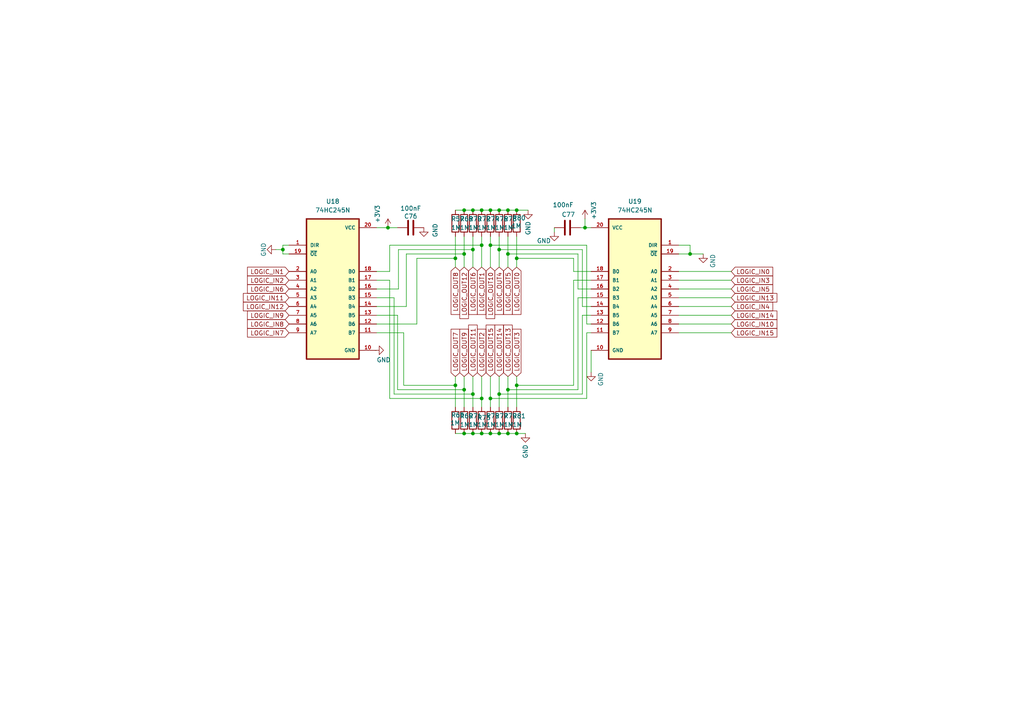
<source format=kicad_sch>
(kicad_sch (version 20231120) (generator "eeschema") (generator_version "8.0")
  (paper "A4")
  (lib_symbols
    (symbol "74HC245N(SMD):74HC245N" (pin_names (offset 1.016))
      (property "Reference" "U" (at -7.9022 20.9162 0))
      (property "Value" "74HC245N" (at -7.7778 -23.4823 0))
      (symbol "74HC245N_0_0"
        (rectangle (start -7.62 -20.32) (end 7.62 20.32) (stroke (width 0.4064)) (fill (type background)))
        (pin input line (at -12.7 12.7 0) (length 5.08) (name "DIR") (number "1"))
        (pin power_in line (at 12.7 -17.78 180) (length 5.08) (name "GND") (number "10"))
        (pin bidirectional line (at 12.7 -12.7 180) (length 5.08) (name "B7") (number "11"))
        (pin bidirectional line (at 12.7 -10.16 180) (length 5.08) (name "B6") (number "12"))
        (pin bidirectional line (at 12.7 -7.62 180) (length 5.08) (name "B5") (number "13"))
        (pin bidirectional line (at 12.7 -5.08 180) (length 5.08) (name "B4") (number "14"))
        (pin bidirectional line (at 12.7 -2.54 180) (length 5.08) (name "B3") (number "15"))
        (pin bidirectional line (at 12.7 0 180) (length 5.08) (name "B2") (number "16"))
        (pin bidirectional line (at 12.7 2.54 180) (length 5.08) (name "B1") (number "17"))
        (pin bidirectional line (at 12.7 5.08 180) (length 5.08) (name "B0") (number "18"))
        (pin input line (at -12.7 10.16 0) (length 5.08) (name "~{OE}") (number "19"))
        (pin bidirectional line (at -12.7 5.08 0) (length 5.08) (name "A0") (number "2"))
        (pin power_in line (at 12.7 17.78 180) (length 5.08) (name "VCC") (number "20"))
        (pin bidirectional line (at -12.7 2.54 0) (length 5.08) (name "A1") (number "3"))
        (pin bidirectional line (at -12.7 0 0) (length 5.08) (name "A2") (number "4"))
        (pin bidirectional line (at -12.7 -2.54 0) (length 5.08) (name "A3") (number "5"))
        (pin bidirectional line (at -12.7 -5.08 0) (length 5.08) (name "A4") (number "6"))
        (pin bidirectional line (at -12.7 -7.62 0) (length 5.08) (name "A5") (number "7"))
        (pin bidirectional line (at -12.7 -10.16 0) (length 5.08) (name "A6") (number "8"))
        (pin bidirectional line (at -12.7 -12.7 0) (length 5.08) (name "A7") (number "9"))
      )
    )
    (symbol "Device:C" (pin_numbers hide) (pin_names (offset 0.254))
      (property "Reference" "C" (at 0.635 2.54 0))
      (property "Value" "C" (at 0.635 -2.54 0))
      (symbol "C_0_1"
        (polyline (pts (xy -2.032 -0.762) (xy 2.032 -0.762)) (stroke (width 0.508)))
        (polyline (pts (xy -2.032 0.762) (xy 2.032 0.762)) (stroke (width 0.508)))
      )
      (symbol "C_1_1"
        (pin passive line (at 0 3.81 270) (length 2.794) (name "~") (number "1"))
        (pin passive line (at 0 -3.81 90) (length 2.794) (name "~") (number "2"))
      )
    )
    (symbol "Device:R" (pin_numbers hide) (pin_names (offset 0))
      (property "Reference" "R" (at 2.032 0 90))
      (property "Value" "R" (at 0 0 90))
      (symbol "R_0_1"
        (rectangle (start -1.016 -2.54) (end 1.016 2.54) (stroke (width 0.254)))
      )
      (symbol "R_1_1"
        (pin passive line (at 0 3.81 270) (length 1.27) (name "~") (number "1"))
        (pin passive line (at 0 -3.81 90) (length 1.27) (name "~") (number "2"))
      )
    )
    (symbol "power:+5V" (power) (pin_names (offset 0))
      (property "Value" "+5V" (at 0 3.556 0))
      (symbol "+5V_0_1"
        (polyline (pts (xy -0.762 1.27) (xy 0 2.54)))
        (polyline (pts (xy 0 0) (xy 0 2.54)))
        (polyline (pts (xy 0 2.54) (xy 0.762 1.27)))
      )
      (symbol "+5V_1_1"
        (pin power_in line (at 0 0 90) (length 0) hide (name "+5V") (number "1"))
      )
    )
    (symbol "power:GND" (power) (pin_names (offset 0))
      (property "Value" "GND" (at 0 -3.81 0))
      (symbol "GND_0_1"
        (polyline (pts (xy 0 0) (xy 0 -1.27) (xy 1.27 -1.27) (xy 0 -2.54) (xy -1.27 -1.27) (xy 0 -1.27)))
      )
      (symbol "GND_1_1"
        (pin power_in line (at 0 0 270) (length 0) hide (name "GND") (number "1"))
      )
    )
  )
  (junction (at 147.32 60.96))
  (junction (at 144.78 60.96))
  (junction (at 200.152 73.66))
  (junction (at 134.62 125.73))
  (junction (at 149.86 125.73))
  (junction (at 134.62 60.96))
  (junction (at 139.7 60.96))
  (junction (at 134.62 113.03))
  (junction (at 169.672 66.04))
  (junction (at 132.08 74.93))
  (junction (at 137.16 72.39))
  (junction (at 144.78 114.3))
  (junction (at 82.042 72.39))
  (junction (at 132.08 111.76))
  (junction (at 144.78 125.73))
  (junction (at 142.24 71.12))
  (junction (at 142.24 60.96))
  (junction (at 137.16 60.96))
  (junction (at 142.24 115.57))
  (junction (at 142.24 125.73))
  (junction (at 134.62 73.66))
  (junction (at 137.16 125.73))
  (junction (at 147.32 125.73))
  (junction (at 139.7 125.73))
  (junction (at 149.86 111.76))
  (junction (at 149.86 60.96))
  (junction (at 112.522 66.04))
  (junction (at 147.32 113.03))
  (junction (at 147.32 73.66))
  (junction (at 149.86 74.93))
  (junction (at 139.7 115.57))
  (junction (at 139.7 71.12))
  (junction (at 144.78 72.39))
  (junction (at 137.16 114.3))
  (wire (pts (xy 212.09 83.82) (xy 196.85 83.82)))
  (wire (pts (xy 200.152 71.12) (xy 200.152 73.66)))
  (wire (pts (xy 166.37 111.76) (xy 166.37 81.28)))
  (wire (pts (xy 144.78 114.3) (xy 144.78 118.11)))
  (wire (pts (xy 160.782 66.04) (xy 160.782 67.31)))
  (wire (pts (xy 132.08 111.76) (xy 132.08 118.11)))
  (wire (pts (xy 115.57 72.39) (xy 137.16 72.39)))
  (wire (pts (xy 137.16 72.39) (xy 137.16 77.47)))
  (wire (pts (xy 149.86 74.93) (xy 166.37 74.93)))
  (wire (pts (xy 139.7 115.57) (xy 113.03 115.57)))
  (wire (pts (xy 149.86 77.47) (xy 149.86 74.93)))
  (wire (pts (xy 212.09 96.52) (xy 196.85 96.52)))
  (wire (pts (xy 82.042 73.66) (xy 83.82 73.66)))
  (wire (pts (xy 212.09 86.36) (xy 196.85 86.36)))
  (wire (pts (xy 168.402 66.04) (xy 169.672 66.04)))
  (wire (pts (xy 113.03 78.74) (xy 109.22 78.74)))
  (wire (pts (xy 168.91 114.3) (xy 168.91 91.44)))
  (wire (pts (xy 132.08 68.58) (xy 132.08 74.93)))
  (wire (pts (xy 132.08 109.22) (xy 132.08 111.76)))
  (wire (pts (xy 212.09 91.44) (xy 196.85 91.44)))
  (wire (pts (xy 134.62 73.66) (xy 134.62 77.47)))
  (wire (pts (xy 82.042 71.12) (xy 82.042 72.39)))
  (wire (pts (xy 212.09 93.98) (xy 196.85 93.98)))
  (wire (pts (xy 147.32 125.73) (xy 149.86 125.73)))
  (wire (pts (xy 144.78 109.22) (xy 144.78 114.3)))
  (wire (pts (xy 144.78 125.73) (xy 147.32 125.73)))
  (wire (pts (xy 144.78 77.47) (xy 144.78 72.39)))
  (wire (pts (xy 166.37 74.93) (xy 166.37 78.74)))
  (wire (pts (xy 142.24 71.12) (xy 170.18 71.12)))
  (wire (pts (xy 83.82 71.12) (xy 82.042 71.12)))
  (wire (pts (xy 117.094 111.76) (xy 117.094 96.52)))
  (wire (pts (xy 149.86 60.96) (xy 153.162 60.96)))
  (wire (pts (xy 132.08 60.96) (xy 134.62 60.96)))
  (wire (pts (xy 134.62 113.03) (xy 134.62 118.11)))
  (wire (pts (xy 169.672 66.04) (xy 171.45 66.04)))
  (wire (pts (xy 142.24 68.58) (xy 142.24 71.12)))
  (wire (pts (xy 149.86 109.22) (xy 149.86 111.76)))
  (wire (pts (xy 132.08 74.93) (xy 132.08 77.47)))
  (wire (pts (xy 139.7 71.12) (xy 139.7 77.47)))
  (wire (pts (xy 114.3 86.36) (xy 109.22 86.36)))
  (wire (pts (xy 170.18 71.12) (xy 170.18 93.98)))
  (wire (pts (xy 196.85 78.74) (xy 212.09 78.74)))
  (wire (pts (xy 132.08 111.76) (xy 117.094 111.76)))
  (wire (pts (xy 109.22 96.52) (xy 117.094 96.52)))
  (wire (pts (xy 167.64 83.82) (xy 167.64 73.66)))
  (wire (pts (xy 167.64 86.36) (xy 171.45 86.36)))
  (wire (pts (xy 109.22 93.98) (xy 120.904 93.98)))
  (wire (pts (xy 144.78 68.58) (xy 144.78 72.39)))
  (wire (pts (xy 147.32 68.58) (xy 147.32 73.66)))
  (wire (pts (xy 166.37 78.74) (xy 171.45 78.74)))
  (wire (pts (xy 144.78 60.96) (xy 147.32 60.96)))
  (wire (pts (xy 171.45 83.82) (xy 167.64 83.82)))
  (wire (pts (xy 139.7 60.96) (xy 142.24 60.96)))
  (wire (pts (xy 132.08 125.73) (xy 134.62 125.73)))
  (wire (pts (xy 115.57 83.82) (xy 115.57 72.39)))
  (wire (pts (xy 147.32 113.03) (xy 147.32 118.11)))
  (wire (pts (xy 109.22 66.04) (xy 112.522 66.04)))
  (wire (pts (xy 134.62 125.73) (xy 137.16 125.73)))
  (wire (pts (xy 113.03 115.57) (xy 113.03 81.28)))
  (wire (pts (xy 120.904 74.93) (xy 132.08 74.93)))
  (wire (pts (xy 134.62 113.03) (xy 115.316 113.03)))
  (wire (pts (xy 170.18 93.98) (xy 171.45 93.98)))
  (wire (pts (xy 149.86 111.76) (xy 166.37 111.76)))
  (wire (pts (xy 113.03 71.12) (xy 139.7 71.12)))
  (wire (pts (xy 115.316 91.44) (xy 109.22 91.44)))
  (wire (pts (xy 169.672 63.5) (xy 169.672 66.04)))
  (wire (pts (xy 139.7 115.57) (xy 139.7 118.11)))
  (wire (pts (xy 139.7 125.73) (xy 142.24 125.73)))
  (wire (pts (xy 137.16 68.58) (xy 137.16 72.39)))
  (wire (pts (xy 147.32 60.96) (xy 149.86 60.96)))
  (wire (pts (xy 168.91 91.44) (xy 171.45 91.44)))
  (wire (pts (xy 142.24 60.96) (xy 144.78 60.96)))
  (wire (pts (xy 109.22 83.82) (xy 115.57 83.82)))
  (wire (pts (xy 134.62 109.22) (xy 134.62 113.03)))
  (wire (pts (xy 212.09 88.9) (xy 196.85 88.9)))
  (wire (pts (xy 139.7 109.22) (xy 139.7 115.57)))
  (wire (pts (xy 142.24 115.57) (xy 142.24 118.11)))
  (wire (pts (xy 147.32 113.03) (xy 167.64 113.03)))
  (wire (pts (xy 114.3 114.3) (xy 114.3 86.36)))
  (wire (pts (xy 120.904 93.98) (xy 120.904 74.93)))
  (wire (pts (xy 168.91 72.39) (xy 168.91 88.9)))
  (wire (pts (xy 137.16 125.73) (xy 139.7 125.73)))
  (wire (pts (xy 134.62 73.66) (xy 117.856 73.66)))
  (wire (pts (xy 212.09 81.28) (xy 196.85 81.28)))
  (wire (pts (xy 147.32 73.66) (xy 167.64 73.66)))
  (wire (pts (xy 134.62 68.58) (xy 134.62 73.66)))
  (wire (pts (xy 142.24 125.73) (xy 144.78 125.73)))
  (wire (pts (xy 109.22 81.28) (xy 113.03 81.28)))
  (wire (pts (xy 115.316 113.03) (xy 115.316 91.44)))
  (wire (pts (xy 142.24 109.22) (xy 142.24 115.57)))
  (wire (pts (xy 137.16 114.3) (xy 114.3 114.3)))
  (wire (pts (xy 147.32 73.66) (xy 147.32 77.47)))
  (wire (pts (xy 200.152 73.66) (xy 203.962 73.66)))
  (wire (pts (xy 171.45 101.6) (xy 171.45 107.95)))
  (wire (pts (xy 196.85 73.66) (xy 200.152 73.66)))
  (wire (pts (xy 109.22 101.6) (xy 108.712 101.6)))
  (wire (pts (xy 80.01 72.39) (xy 82.042 72.39)))
  (wire (pts (xy 82.042 72.39) (xy 82.042 73.66)))
  (wire (pts (xy 144.78 72.39) (xy 168.91 72.39)))
  (wire (pts (xy 142.24 77.47) (xy 142.24 71.12)))
  (wire (pts (xy 137.16 60.96) (xy 139.7 60.96)))
  (wire (pts (xy 137.16 114.3) (xy 137.16 118.11)))
  (wire (pts (xy 167.64 113.03) (xy 167.64 86.36)))
  (wire (pts (xy 168.91 88.9) (xy 171.45 88.9)))
  (wire (pts (xy 170.18 96.52) (xy 171.45 96.52)))
  (wire (pts (xy 113.03 71.12) (xy 113.03 78.74)))
  (wire (pts (xy 142.24 115.57) (xy 170.18 115.57)))
  (wire (pts (xy 196.85 71.12) (xy 200.152 71.12)))
  (wire (pts (xy 139.7 68.58) (xy 139.7 71.12)))
  (wire (pts (xy 149.86 68.58) (xy 149.86 74.93)))
  (wire (pts (xy 170.18 115.57) (xy 170.18 96.52)))
  (wire (pts (xy 166.37 81.28) (xy 171.45 81.28)))
  (wire (pts (xy 149.86 125.73) (xy 152.4 125.73)))
  (wire (pts (xy 134.62 60.96) (xy 137.16 60.96)))
  (wire (pts (xy 117.856 88.9) (xy 109.22 88.9)))
  (wire (pts (xy 147.32 109.22) (xy 147.32 113.03)))
  (wire (pts (xy 149.86 111.76) (xy 149.86 118.11)))
  (wire (pts (xy 117.856 73.66) (xy 117.856 88.9)))
  (wire (pts (xy 112.522 66.04) (xy 115.316 66.04)))
  (wire (pts (xy 137.16 109.22) (xy 137.16 114.3)))
  (wire (pts (xy 144.78 114.3) (xy 168.91 114.3)))
  (global_label "LOGIC_OUT8" (shape input) (at 132.08 77.47 270) (property "Intersheetrefs" "${INTERSHEET_REFS}" (effects (hide yes))))
  (global_label "LOGIC_OUT12" (shape input) (at 134.62 77.47 270) (property "Intersheetrefs" "${INTERSHEET_REFS}" (effects (hide yes))))
  (global_label "LOGIC_IN7" (shape input) (at 83.82 96.52 180) (property "Intersheetrefs" "${INTERSHEET_REFS}" (effects (hide yes))))
  (global_label "LOGIC_OUT0" (shape input) (at 149.86 77.47 270) (property "Intersheetrefs" "${INTERSHEET_REFS}" (effects (hide yes))))
  (global_label "LOGIC_OUT4" (shape input) (at 144.78 77.47 270) (property "Intersheetrefs" "${INTERSHEET_REFS}" (effects (hide yes))))
  (global_label "LOGIC_IN15" (shape input) (at 212.09 96.52 0) (property "Intersheetrefs" "${INTERSHEET_REFS}" (effects (hide yes))))
  (global_label "LOGIC_IN0" (shape input) (at 212.09 78.74 0) (property "Intersheetrefs" "${INTERSHEET_REFS}" (effects (hide yes))))
  (global_label "LOGIC_OUT2" (shape input) (at 139.7 109.22 90) (property "Intersheetrefs" "${INTERSHEET_REFS}" (effects (hide yes))))
  (global_label "LOGIC_IN14" (shape input) (at 212.09 91.44 0) (property "Intersheetrefs" "${INTERSHEET_REFS}" (effects (hide yes))))
  (global_label "LOGIC_OUT7" (shape input) (at 132.08 109.22 90) (property "Intersheetrefs" "${INTERSHEET_REFS}" (effects (hide yes))))
  (global_label "LOGIC_IN9" (shape input) (at 83.82 91.44 180) (property "Intersheetrefs" "${INTERSHEET_REFS}" (effects (hide yes))))
  (global_label "LOGIC_IN13" (shape input) (at 212.09 86.36 0) (property "Intersheetrefs" "${INTERSHEET_REFS}" (effects (hide yes))))
  (global_label "LOGIC_IN10" (shape input) (at 212.09 93.98 0) (property "Intersheetrefs" "${INTERSHEET_REFS}" (effects (hide yes))))
  (global_label "LOGIC_IN11" (shape input) (at 83.82 86.36 180) (property "Intersheetrefs" "${INTERSHEET_REFS}" (effects (hide yes))))
  (global_label "LOGIC_IN2" (shape input) (at 83.82 81.28 180) (property "Intersheetrefs" "${INTERSHEET_REFS}" (effects (hide yes))))
  (global_label "LOGIC_OUT14" (shape input) (at 144.78 109.22 90) (property "Intersheetrefs" "${INTERSHEET_REFS}" (effects (hide yes))))
  (global_label "LOGIC_IN4" (shape input) (at 212.09 88.9 0) (property "Intersheetrefs" "${INTERSHEET_REFS}" (effects (hide yes))))
  (global_label "LOGIC_IN6" (shape input) (at 83.82 83.82 180) (property "Intersheetrefs" "${INTERSHEET_REFS}" (effects (hide yes))))
  (global_label "LOGIC_IN12" (shape input) (at 83.82 88.9 180) (property "Intersheetrefs" "${INTERSHEET_REFS}" (effects (hide yes))))
  (global_label "LOGIC_OUT1" (shape input) (at 139.7 77.47 270) (property "Intersheetrefs" "${INTERSHEET_REFS}" (effects (hide yes))))
  (global_label "LOGIC_OUT5" (shape input) (at 147.32 77.47 270) (property "Intersheetrefs" "${INTERSHEET_REFS}" (effects (hide yes))))
  (global_label "LOGIC_OUT11" (shape input) (at 137.16 109.22 90) (property "Intersheetrefs" "${INTERSHEET_REFS}" (effects (hide yes))))
  (global_label "LOGIC_IN3" (shape input) (at 212.09 81.28 0) (property "Intersheetrefs" "${INTERSHEET_REFS}" (effects (hide yes))))
  (global_label "LOGIC_IN8" (shape input) (at 83.82 93.98 180) (property "Intersheetrefs" "${INTERSHEET_REFS}" (effects (hide yes))))
  (global_label "LOGIC_OUT15" (shape input) (at 142.24 109.22 90) (property "Intersheetrefs" "${INTERSHEET_REFS}" (effects (hide yes))))
  (global_label "LOGIC_OUT6" (shape input) (at 137.16 77.47 270) (property "Intersheetrefs" "${INTERSHEET_REFS}" (effects (hide yes))))
  (global_label "LOGIC_IN1" (shape input) (at 83.82 78.74 180) (property "Intersheetrefs" "${INTERSHEET_REFS}" (effects (hide yes))))
  (global_label "LOGIC_OUT9" (shape input) (at 134.62 109.22 90) (property "Intersheetrefs" "${INTERSHEET_REFS}" (effects (hide yes))))
  (global_label "LOGIC_OUT13" (shape input) (at 147.32 109.22 90) (property "Intersheetrefs" "${INTERSHEET_REFS}" (effects (hide yes))))
  (global_label "LOGIC_OUT3" (shape input) (at 149.86 109.22 90) (property "Intersheetrefs" "${INTERSHEET_REFS}" (effects (hide yes))))
  (global_label "LOGIC_IN5" (shape input) (at 212.09 83.82 0) (property "Intersheetrefs" "${INTERSHEET_REFS}" (effects (hide yes))))
  (global_label "LOGIC_OUT10" (shape input) (at 142.24 77.47 270) (property "Intersheetrefs" "${INTERSHEET_REFS}" (effects (hide yes))))
  (symbol (lib_id "power:GND") (at 203.962 73.66 0) (mirror y) (unit 1)
    (property "Reference" "#PWR0156" (effects (hide yes)))
    (property "Value" "GND" (at 206.756 73.66 90) (effects (justify right)))
  )
  (symbol (lib_id "power:GND") (at 122.936 66.04 0) (mirror y) (unit 1)
    (property "Reference" "#PWR0148" (effects (hide yes)))
    (property "Value" "GND" (at 126.238 64.77 90) (effects (justify right)))
  )
  (symbol (lib_id "power:GND") (at 160.782 67.31 0) (mirror y) (unit 1)
    (property "Reference" "#PWR0152" (effects (hide yes)))
    (property "Value" "GND" (at 155.702 69.85 0) (effects (justify right)))
  )
  (symbol (lib_id "Device:R") (at 134.62 64.77 180) (unit 1)
    (property "Reference" "R68" (at 133.35 63.5 0) (effects (justify right)))
    (property "Value" "1M" (at 133.35 66.04 0) (effects (justify right)))
    (property "Footprint" "Resistor_SMD:R_0603_1608Metric" (effects (hide yes)))
    (property "Description" "Resistor" (effects (hide yes)))
  )
  (symbol (lib_id "Device:R") (at 137.16 64.77 180) (unit 1)
    (property "Reference" "R70" (at 135.89 63.5 0) (effects (justify right)))
    (property "Value" "1M" (at 135.89 66.04 0) (effects (justify right)))
    (property "Footprint" "Resistor_SMD:R_0603_1608Metric" (effects (hide yes)))
    (property "Description" "Resistor" (effects (hide yes)))
  )
  (symbol (lib_id "power:+5V") (at 112.522 66.04 0) (mirror y) (unit 1)
    (property "Reference" "#PWR0147" (effects (hide yes)))
    (property "Value" "+3V3" (at 109.474 59.436 90) (effects (justify right)))
  )
  (symbol (lib_id "Device:R") (at 139.7 121.92 180) (unit 1)
    (property "Reference" "R73" (at 138.43 121.158 0) (effects (justify right)))
    (property "Value" "1M" (at 138.43 123.19 0) (effects (justify right)))
    (property "Footprint" "Resistor_SMD:R_0603_1608Metric" (effects (hide yes)))
    (property "Description" "Resistor" (effects (hide yes)))
  )
  (symbol (lib_id "74HC245N(SMD):74HC245N") (at 96.52 83.82 0) (unit 1)
    (property "Reference" "U18" (at 96.52 58.42 0))
    (property "Value" "74HC245N" (at 96.52 60.96 0))
    (property "Footprint" "Package_SO:SOIC-20W_7.5x12.8mm_P1.27mm" (effects (hide yes)))
    (property "MF" "Texas Instruments" (effects (hide yes)))
    (property "Description_1" "\nIC TXRX NON-INVERT 6V 20SO\n" (effects (hide yes)))
    (property "Package" "None" (effects (hide yes)))
    (property "Price" "None" (effects (hide yes)))
    (property "STANDARD" "IPC-7351B" (effects (hide yes)))
    (property "PARTREV" "03" (effects (hide yes)))
    (property "SnapEDA_Link" "https://www.snapeda.com/parts/74HC245N/Texas+Instruments/view-part/?ref=snap" (effects (hide yes)))
    (property "MP" "74HC245N" (effects (hide yes)))
    (property "Purchase-URL" "https://www.snapeda.com/api/url_track_click_mouser/?unipart_id=10234314&manufacturer=Texas Instruments&part_name=74HC245N&search_term=None" (effects (hide yes)))
    (property "Availability" "In Stock" (effects (hide yes)))
    (property "Check_prices" "https://www.snapeda.com/parts/74HC245N/Texas+Instruments/view-part/?ref=eda" (effects (hide yes)))
  )
  (symbol (lib_id "Device:C") (at 164.592 66.04 90) (unit 1)
    (property "Reference" "C77" (at 164.846 62.23 90))
    (property "Value" "100nF" (at 163.322 59.436 90))
    (property "Footprint" "Capacitor_SMD:C_0603_1608Metric" (effects (hide yes)))
    (property "Description" "Unpolarized capacitor" (effects (hide yes)))
  )
  (symbol (lib_id "Device:R") (at 137.16 121.92 180) (unit 1)
    (property "Reference" "R71" (at 135.89 120.65 0) (effects (justify right)))
    (property "Value" "1M" (at 135.89 123.19 0) (effects (justify right)))
    (property "Footprint" "Resistor_SMD:R_0603_1608Metric" (effects (hide yes)))
    (property "Description" "Resistor" (effects (hide yes)))
  )
  (symbol (lib_id "power:GND") (at 171.45 107.95 0) (mirror y) (unit 1)
    (property "Reference" "#PWR0155" (effects (hide yes)))
    (property "Value" "GND" (at 174.244 107.95 90) (effects (justify right)))
  )
  (symbol (lib_id "Device:C") (at 119.126 66.04 90) (mirror x) (unit 1)
    (property "Reference" "C76" (at 119.126 62.738 90))
    (property "Value" "100nF" (at 119.126 60.452 90))
    (property "Footprint" "Capacitor_SMD:C_0603_1608Metric" (effects (hide yes)))
    (property "Description" "Unpolarized capacitor" (effects (hide yes)))
  )
  (symbol (lib_id "74HC245N(SMD):74HC245N") (at 184.15 83.82 0) (mirror y) (unit 1)
    (property "Reference" "U19" (at 184.15 58.42 0))
    (property "Value" "74HC245N" (at 184.15 60.96 0))
    (property "Footprint" "Package_SO:SOIC-20W_7.5x12.8mm_P1.27mm" (effects (hide yes)))
    (property "MF" "Texas Instruments" (effects (hide yes)))
    (property "Description_1" "\nIC TXRX NON-INVERT 6V 20SO\n" (effects (hide yes)))
    (property "Package" "None" (effects (hide yes)))
    (property "Price" "None" (effects (hide yes)))
    (property "STANDARD" "IPC-7351B" (effects (hide yes)))
    (property "PARTREV" "03" (effects (hide yes)))
    (property "SnapEDA_Link" "https://www.snapeda.com/parts/74HC245N/Texas+Instruments/view-part/?ref=snap" (effects (hide yes)))
    (property "MP" "74HC245N" (effects (hide yes)))
    (property "Purchase-URL" "https://www.snapeda.com/api/url_track_click_mouser/?unipart_id=10234314&manufacturer=Texas Instruments&part_name=74HC245N&search_term=None" (effects (hide yes)))
    (property "Availability" "In Stock" (effects (hide yes)))
    (property "Check_prices" "https://www.snapeda.com/parts/74HC245N/Texas+Instruments/view-part/?ref=eda" (effects (hide yes)))
  )
  (symbol (lib_id "power:GND") (at 108.712 101.6 90) (unit 1)
    (property "Reference" "#PWR0145" (effects (hide yes)))
    (property "Value" "GND" (at 109.22 104.394 90) (effects (justify right)))
  )
  (symbol (lib_id "Device:R") (at 134.62 121.92 180) (unit 1)
    (property "Reference" "R69" (at 133.35 120.65 0) (effects (justify right)))
    (property "Value" "1M" (at 133.35 123.19 0) (effects (justify right)))
    (property "Footprint" "Resistor_SMD:R_0603_1608Metric" (effects (hide yes)))
    (property "Description" "Resistor" (effects (hide yes)))
  )
  (symbol (lib_id "Device:R") (at 144.78 64.77 180) (unit 1)
    (property "Reference" "R76" (at 143.51 63.5 0) (effects (justify right)))
    (property "Value" "1M" (at 143.51 66.04 0) (effects (justify right)))
    (property "Footprint" "Resistor_SMD:R_0603_1608Metric" (effects (hide yes)))
    (property "Description" "Resistor" (effects (hide yes)))
  )
  (symbol (lib_id "Device:R") (at 147.32 121.92 180) (unit 1)
    (property "Reference" "R79" (at 146.05 120.65 0) (effects (justify right)))
    (property "Value" "1M" (at 146.05 123.19 0) (effects (justify right)))
    (property "Footprint" "Resistor_SMD:R_0603_1608Metric" (effects (hide yes)))
    (property "Description" "Resistor" (effects (hide yes)))
  )
  (symbol (lib_id "Device:R") (at 144.78 121.92 180) (unit 1)
    (property "Reference" "R77" (at 143.51 120.65 0) (effects (justify right)))
    (property "Value" "1M" (at 143.51 123.19 0) (effects (justify right)))
    (property "Footprint" "Resistor_SMD:R_0603_1608Metric" (effects (hide yes)))
    (property "Description" "Resistor" (effects (hide yes)))
  )
  (symbol (lib_id "power:GND") (at 80.01 72.39 270) (mirror x) (unit 1)
    (property "Reference" "#PWR067" (effects (hide yes)))
    (property "Value" "GND" (at 76.454 70.358 0) (effects (justify right)))
  )
  (symbol (lib_id "power:GND") (at 153.162 60.96 0) (mirror y) (unit 1)
    (property "Reference" "#PWR0151" (effects (hide yes)))
    (property "Value" "GND" (at 153.162 64.135 90) (effects (justify right)))
  )
  (symbol (lib_id "Device:R") (at 139.7 64.77 180) (unit 1)
    (property "Reference" "R72" (at 138.43 63.5 0) (effects (justify right)))
    (property "Value" "1M" (at 138.43 66.04 0) (effects (justify right)))
    (property "Footprint" "Resistor_SMD:R_0603_1608Metric" (effects (hide yes)))
    (property "Description" "Resistor" (effects (hide yes)))
  )
  (symbol (lib_id "Device:R") (at 142.24 64.77 180) (unit 1)
    (property "Reference" "R74" (at 140.97 63.5 0) (effects (justify right)))
    (property "Value" "1M" (at 140.97 66.04 0) (effects (justify right)))
    (property "Footprint" "Resistor_SMD:R_0603_1608Metric" (effects (hide yes)))
    (property "Description" "Resistor" (effects (hide yes)))
  )
  (symbol (lib_id "power:GND") (at 152.4 125.73 0) (mirror y) (unit 1)
    (property "Reference" "#PWR0150" (effects (hide yes)))
    (property "Value" "GND" (at 152.4 128.905 90) (effects (justify right)))
  )
  (symbol (lib_id "Device:R") (at 149.86 64.77 180) (unit 1)
    (property "Reference" "R80" (at 148.59 63.246 0) (effects (justify right)))
    (property "Value" "1M" (at 148.336 65.532 0) (effects (justify right)))
    (property "Footprint" "Resistor_SMD:R_0603_1608Metric" (effects (hide yes)))
    (property "Description" "Resistor" (effects (hide yes)))
  )
  (symbol (lib_id "Device:R") (at 147.32 64.77 180) (unit 1)
    (property "Reference" "R78" (at 146.05 63.5 0) (effects (justify right)))
    (property "Value" "1M" (at 146.05 66.04 0) (effects (justify right)))
    (property "Footprint" "Resistor_SMD:R_0603_1608Metric" (effects (hide yes)))
    (property "Description" "Resistor" (effects (hide yes)))
  )
  (symbol (lib_id "Device:R") (at 142.24 121.92 180) (unit 1)
    (property "Reference" "R75" (at 140.97 120.65 0) (effects (justify right)))
    (property "Value" "1M" (at 140.97 123.19 0) (effects (justify right)))
    (property "Footprint" "Resistor_SMD:R_0603_1608Metric" (effects (hide yes)))
    (property "Description" "Resistor" (effects (hide yes)))
  )
  (symbol (lib_id "Device:R") (at 132.08 64.77 180) (unit 1)
    (property "Reference" "R57" (at 130.81 63.5 0) (effects (justify right)))
    (property "Value" "1M" (at 130.81 66.04 0) (effects (justify right)))
    (property "Footprint" "Resistor_SMD:R_0603_1608Metric" (effects (hide yes)))
    (property "Description" "Resistor" (effects (hide yes)))
  )
  (symbol (lib_id "Device:R") (at 132.08 121.92 180) (unit 1)
    (property "Reference" "R65" (at 130.81 120.396 0) (effects (justify right)))
    (property "Value" "1M" (at 130.556 122.682 0) (effects (justify right)))
    (property "Footprint" "Resistor_SMD:R_0603_1608Metric" (effects (hide yes)))
    (property "Description" "Resistor" (effects (hide yes)))
  )
  (symbol (lib_id "power:+5V") (at 169.672 63.5 0) (unit 1)
    (property "Reference" "#PWR0154" (effects (hide yes)))
    (property "Value" "+3V3" (at 172.212 58.42 90) (effects (justify right)))
  )
  (symbol (lib_id "Device:R") (at 149.86 121.92 180) (unit 1)
    (property "Reference" "R81" (at 148.59 120.65 0) (effects (justify right)))
    (property "Value" "1M" (at 148.59 123.19 0) (effects (justify right)))
    (property "Footprint" "Resistor_SMD:R_0603_1608Metric" (effects (hide yes)))
    (property "Description" "Resistor" (effects (hide yes)))
  )
)
</source>
